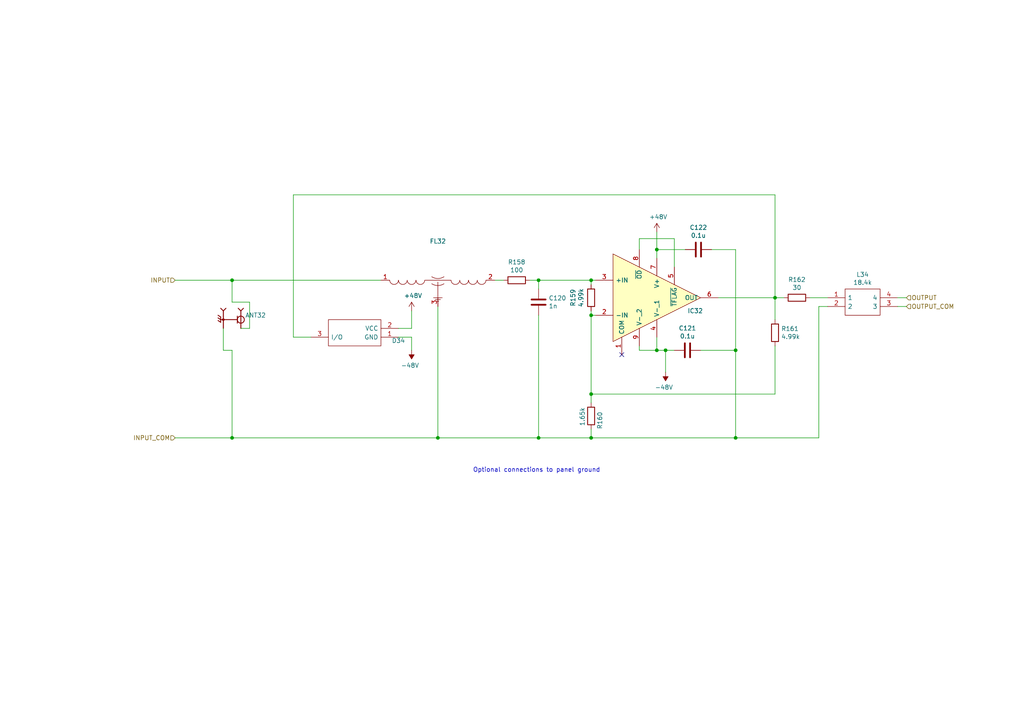
<source format=kicad_sch>
(kicad_sch (version 20211123) (generator eeschema)
  (paper "A4")
  (title_block (title "Amplifier block"))
  (lib_symbols
    (symbol "ARTIQAmp:744229" (pin_names (offset 0.762))
      (property "Reference" "L" (at 5.08 7.62 0))
      (property "Value" "744229" (at 5.08 5.08 0))
      (symbol "744229_0_0"
        (pin passive line (at 0 0 0) (length 5.08) (name "1") (number "1"))
        (pin passive line (at 0 -2.54 0) (length 5.08) (name "2") (number "2"))
        (pin passive line (at 20.32 -2.54 180) (length 5.08) (name "3") (number "3"))
        (pin passive line (at 20.32 0 180) (length 5.08) (name "4") (number "4"))
      )
      (symbol "744229_0_1"
        (polyline (pts (xy 5.08 2.54) (xy 15.24 2.54) (xy 15.24 -5.08) (xy 5.08 -5.08) (xy 5.08 2.54)) (stroke (width 0.1524)))
      )
    )
    (symbol "ARTIQAmp:LTC6090CS8E#PBF" (pin_names (offset 0.762))
      (property "Reference" "IC" (at 6.35 20.32 0))
      (property "Value" "LTC6090CS8E#PBF" (at 6.35 17.78 0))
      (symbol "LTC6090CS8E#PBF_0_0"
        (pin power_in line (at -5.08 -16.51 90) (length 5.08) (name "COM") (number "1"))
        (pin input line (at -12.7 -5.08 0) (length 5.08) (name "-IN") (number "2"))
        (pin input line (at -12.7 5.08 0) (length 5.08) (name "+IN") (number "3"))
        (pin power_in line (at 5.08 -11.43 90) (length 5.08) (name "V-_1") (number "4"))
        (pin output line (at 10.16 8.89 270) (length 5.08) (name "~{TFLAG}") (number "5"))
        (pin output line (at 22.86 0 180) (length 5.08) (name "OUT") (number "6"))
        (pin power_in line (at 5.08 11.43 270) (length 5.08) (name "V+") (number "7"))
        (pin input line (at 0 13.97 270) (length 5.08) (name "~{OD}") (number "8"))
        (pin power_in line (at 0 -13.97 90) (length 5.08) (name "V-_2") (number "9"))
      )
      (symbol "LTC6090CS8E#PBF_0_1"
        (polyline (pts (xy -7.62 12.7) (xy -7.62 -12.7) (xy 17.78 0) (xy -7.62 12.7)) (fill (type background)))
      )
    )
    (symbol "ARTIQAmp:NFE61PT472C1H9L" (pin_names (offset 0.762))
      (property "Reference" "FL" (at 25.4 11.43 0))
      (property "Value" " " (at 25.4 8.89 0))
      (symbol "NFE61PT472C1H9L_0_0"
        (pin passive line (at 0 0 0) (length 2.54) (name "~") (number "1"))
        (pin passive line (at 33.02 0 180) (length 2.54) (name "~") (number "2"))
        (pin passive line (at 16.51 -7.62 90) (length 2.54) (name "~") (number "3"))
      )
      (symbol "NFE61PT472C1H9L_0_1"
        (polyline (pts (xy 12.7 0) (xy 20.32 0)) (stroke (width 0.1524)))
        (polyline (pts (xy 15.24 -5.08) (xy 17.78 -5.08)) (stroke (width 0.1524)))
        (polyline (pts (xy 15.748 -5.588) (xy 17.272 -5.588)) (stroke (width 0.1524)))
        (polyline (pts (xy 16.256 -6.096) (xy 16.764 -6.096)) (stroke (width 0.1524)))
        (polyline (pts (xy 16.51 -5.08) (xy 16.51 -0.508)) (stroke (width 0.1524)))
        (arc (start 2.54 0) (mid 3.81 -1.3218) (end 5.08 0) (stroke (width 0.1524)))
        (arc (start 5.08 0) (mid 6.35 -1.3218) (end 7.62 0) (stroke (width 0.1524)))
        (arc (start 7.62 0) (mid 8.89 -1.3218) (end 10.16 0) (stroke (width 0.1524)))
        (arc (start 10.16 0) (mid 11.43 -1.3218) (end 12.7 0) (stroke (width 0.1524)))
        (arc (start 14.732 -1.016) (mid 16.51 -7.1218) (end 18.288 -1.016) (stroke (width 0.1524)))
        (arc (start 14.732 1.016) (mid 16.51 0.4982) (end 18.288 1.016) (stroke (width 0.1524)))
        (arc (start 20.32 0) (mid 21.59 -1.3218) (end 22.86 0) (stroke (width 0.1524)))
        (arc (start 22.86 0) (mid 24.13 -1.3218) (end 25.4 0) (stroke (width 0.1524)))
        (arc (start 25.4 0) (mid 26.67 -1.3218) (end 27.94 0) (stroke (width 0.1524)))
        (arc (start 27.94 0) (mid 29.21 -1.3218) (end 30.48 0) (stroke (width 0.1524)))
      )
    )
    (symbol "Device:C" (pin_numbers hide) (pin_names (offset 0.254))
      (property "Reference" "C" (at 0.635 2.54 0))
      (property "Value" "C" (at 0.635 -2.54 0))
      (symbol "C_0_1"
        (polyline (pts (xy -2.032 -0.762) (xy 2.032 -0.762)) (stroke (width 0.508)))
        (polyline (pts (xy -2.032 0.762) (xy 2.032 0.762)) (stroke (width 0.508)))
      )
      (symbol "C_1_1"
        (pin passive line (at 0 3.81 270) (length 2.794) (name "~") (number "1"))
        (pin passive line (at 0 -3.81 90) (length 2.794) (name "~") (number "2"))
      )
    )
    (symbol "Device:R" (pin_numbers hide) (pin_names (offset 0))
      (property "Reference" "R" (at 2.032 0 90))
      (property "Value" "R" (at 0 0 90))
      (symbol "R_0_1"
        (rectangle (start -1.016 -2.54) (end 1.016 2.54) (stroke (width 0.254)))
      )
      (symbol "R_1_1"
        (pin passive line (at 0 3.81 270) (length 1.27) (name "~") (number "1"))
        (pin passive line (at 0 -3.81 90) (length 1.27) (name "~") (number "2"))
      )
    )
    (symbol "NUP1301_215:NUP1301,215" (pin_names (offset 0.762))
      (property "Reference" "D" (at 21.59 7.62 0))
      (property "Value" "NUP1301,215" (at 21.59 5.08 0))
      (symbol "NUP1301,215_0_0"
        (pin passive line (at 0 0 0) (length 5.08) (name "GND") (number "1"))
        (pin passive line (at 0 -2.54 0) (length 5.08) (name "VCC") (number "2"))
        (pin passive line (at 25.4 0 180) (length 5.08) (name "I/O") (number "3"))
      )
      (symbol "NUP1301,215_0_1"
        (polyline (pts (xy 5.08 2.54) (xy 20.32 2.54) (xy 20.32 -5.08) (xy 5.08 -5.08) (xy 5.08 2.54)) (stroke (width 0.1524)))
      )
    )
    (symbol "U.FL-R-SMT_10_:U.FL-R-SMT(10)" (pin_numbers hide) (pin_names (offset 1.016) hide)
      (property "Reference" "J" (at -3.81 4.064 0))
      (property "Value" "U.FL-R-SMT(10)" (at -4.064 -6.858 0))
      (symbol "U.FL-R-SMT(10)_0_0"
        (circle (center 0 -2.54) (radius 0.254) (stroke (width 0.254)))
        (polyline (pts (xy -3.302 -3.302) (xy -2.54 -2.54)) (stroke (width 0.254)))
        (polyline (pts (xy -3.302 -1.778) (xy -2.54 -2.54)) (stroke (width 0.254)))
        (polyline (pts (xy -3.302 1.778) (xy -2.54 2.54)) (stroke (width 0.254)))
        (polyline (pts (xy -3.302 3.302) (xy -2.54 2.54)) (stroke (width 0.254)))
        (polyline (pts (xy -2.54 2.54) (xy 2.54 2.54)) (stroke (width 0.254)))
        (polyline (pts (xy -1.016 1.524) (xy 0 1.524)) (stroke (width 0.254)))
        (polyline (pts (xy -0.762 -3.302) (xy -1.27 -4.064)) (stroke (width 0.254)))
        (polyline (pts (xy 0 -3.302) (xy -0.762 -3.302)) (stroke (width 0.254)))
        (polyline (pts (xy 0 -3.302) (xy -0.508 -4.064)) (stroke (width 0.254)))
        (polyline (pts (xy 0 -3.302) (xy 0.762 -3.302)) (stroke (width 0.254)))
        (polyline (pts (xy 0 -2.54) (xy -2.54 -2.54)) (stroke (width 0.254)))
        (polyline (pts (xy 0 -2.54) (xy 0 -3.302)) (stroke (width 0.254)))
        (polyline (pts (xy 0 1.524) (xy 0 -2.54)) (stroke (width 0.254)))
        (polyline (pts (xy 0 1.524) (xy 1.016 1.524)) (stroke (width 0.254)))
        (polyline (pts (xy 0.762 -3.302) (xy 0.254 -4.064)) (stroke (width 0.254)))
        (polyline (pts (xy 2.54 -2.54) (xy 0 -2.54)) (stroke (width 0.254)))
        (circle (center 0 2.54) (radius 1.016) (stroke (width 0.254)))
        (pin passive line (at 2.54 2.54 180) (length 5.08) (name "SIG") (number "1"))
        (pin passive line (at 2.54 -2.54 180) (length 5.08) (name "GND1") (number "2"))
        (pin passive line (at 2.54 -2.54 180) (length 5.08) (name "GND2") (number "3"))
      )
    )
    (symbol "power:+48V" (power) (pin_names (offset 0))
      (property "Value" "+48V" (at 0 3.556 0))
      (symbol "+48V_0_1"
        (polyline (pts (xy -0.762 1.27) (xy 0 2.54)))
        (polyline (pts (xy 0 0) (xy 0 2.54)))
        (polyline (pts (xy 0 2.54) (xy 0.762 1.27)))
      )
      (symbol "+48V_1_1"
        (pin power_in line (at 0 0 90) (length 0) hide (name "+48V") (number "1"))
      )
    )
    (symbol "power:-48V" (power) (pin_names (offset 0))
      (property "Value" "-48V" (at 0 3.81 0))
      (symbol "-48V_0_0"
        (pin power_in line (at 0 0 90) (length 0) hide (name "-48V") (number "1"))
      )
      (symbol "-48V_0_1"
        (polyline (pts (xy 0 0) (xy 0 1.27) (xy 0.762 1.27) (xy 0 2.54) (xy -0.762 1.27) (xy 0 1.27)) (fill (type outline)))
      )
    )
  )
  (junction (at 213.36 101.6))
  (junction (at 171.45 91.44))
  (junction (at 190.5 101.6))
  (junction (at 224.79 86.36))
  (junction (at 190.5 72.39))
  (junction (at 156.21 127))
  (junction (at 156.21 81.28))
  (junction (at 67.31 127))
  (junction (at 67.31 81.28))
  (junction (at 127 127))
  (junction (at 213.36 127))
  (junction (at 171.45 81.28))
  (junction (at 171.45 114.3))
  (junction (at 171.45 127))
  (junction (at 193.04 101.6))
  (no_connect (at 180.34 102.87))
  (wire (pts (xy 224.79 86.36) (xy 227.33 86.36)))
  (wire (pts (xy 190.5 74.93) (xy 190.5 72.39)))
  (wire (pts (xy 260.35 88.9) (xy 262.89 88.9)))
  (wire (pts (xy 195.58 77.47) (xy 195.58 69.215)))
  (wire (pts (xy 146.05 81.28) (xy 143.51 81.28)))
  (wire (pts (xy 67.31 101.6) (xy 64.77 101.6)))
  (wire (pts (xy 237.49 88.9) (xy 240.03 88.9)))
  (wire (pts (xy 185.42 100.33) (xy 185.42 101.6)))
  (wire (pts (xy 50.8 127) (xy 67.31 127)))
  (wire (pts (xy 171.45 127) (xy 213.36 127)))
  (wire (pts (xy 156.21 91.44) (xy 156.21 127)))
  (wire (pts (xy 213.36 101.6) (xy 213.36 72.39)))
  (wire (pts (xy 171.45 90.17) (xy 171.45 91.44)))
  (wire (pts (xy 72.39 87.63) (xy 67.31 87.63)))
  (wire (pts (xy 90.17 97.79) (xy 85.09 97.79)))
  (wire (pts (xy 213.36 72.39) (xy 206.375 72.39)))
  (wire (pts (xy 119.38 95.25) (xy 119.38 90.17)))
  (wire (pts (xy 260.35 86.36) (xy 262.89 86.36)))
  (wire (pts (xy 185.42 101.6) (xy 190.5 101.6)))
  (wire (pts (xy 213.36 101.6) (xy 213.36 127)))
  (wire (pts (xy 67.31 81.28) (xy 67.31 87.63)))
  (wire (pts (xy 172.72 91.44) (xy 171.45 91.44)))
  (wire (pts (xy 190.5 101.6) (xy 193.04 101.6)))
  (wire (pts (xy 127 88.9) (xy 127 127)))
  (wire (pts (xy 69.85 95.25) (xy 72.39 95.25)))
  (wire (pts (xy 64.77 95.25) (xy 64.77 101.6)))
  (wire (pts (xy 171.45 124.46) (xy 171.45 127)))
  (wire (pts (xy 85.09 56.515) (xy 224.79 56.515)))
  (wire (pts (xy 198.755 72.39) (xy 190.5 72.39)))
  (wire (pts (xy 85.09 97.79) (xy 85.09 56.515)))
  (wire (pts (xy 171.45 81.28) (xy 171.45 82.55)))
  (wire (pts (xy 119.38 97.79) (xy 119.38 101.6)))
  (wire (pts (xy 115.57 95.25) (xy 119.38 95.25)))
  (wire (pts (xy 237.49 127) (xy 213.36 127)))
  (wire (pts (xy 171.45 114.3) (xy 224.79 114.3)))
  (wire (pts (xy 237.49 88.9) (xy 237.49 127)))
  (wire (pts (xy 224.79 56.515) (xy 224.79 86.36)))
  (wire (pts (xy 234.95 86.36) (xy 240.03 86.36)))
  (wire (pts (xy 72.39 95.25) (xy 72.39 87.63)))
  (wire (pts (xy 172.72 81.28) (xy 171.45 81.28)))
  (wire (pts (xy 190.5 97.79) (xy 190.5 101.6)))
  (wire (pts (xy 195.58 69.215) (xy 185.42 69.215)))
  (wire (pts (xy 67.31 101.6) (xy 67.31 127)))
  (wire (pts (xy 67.31 127) (xy 127 127)))
  (wire (pts (xy 195.58 101.6) (xy 193.04 101.6)))
  (wire (pts (xy 156.21 81.28) (xy 171.45 81.28)))
  (wire (pts (xy 171.45 91.44) (xy 171.45 114.3)))
  (wire (pts (xy 67.31 81.28) (xy 110.49 81.28)))
  (wire (pts (xy 185.42 69.215) (xy 185.42 72.39)))
  (wire (pts (xy 127 127) (xy 156.21 127)))
  (wire (pts (xy 224.79 86.36) (xy 224.79 92.71)))
  (wire (pts (xy 156.21 81.28) (xy 156.21 83.82)))
  (wire (pts (xy 193.04 101.6) (xy 193.04 107.95)))
  (wire (pts (xy 203.2 101.6) (xy 213.36 101.6)))
  (wire (pts (xy 156.21 127) (xy 171.45 127)))
  (wire (pts (xy 171.45 114.3) (xy 171.45 116.84)))
  (wire (pts (xy 156.21 81.28) (xy 153.67 81.28)))
  (wire (pts (xy 115.57 97.79) (xy 119.38 97.79)))
  (wire (pts (xy 208.28 86.36) (xy 224.79 86.36)))
  (wire (pts (xy 50.8 81.28) (xy 67.31 81.28)))
  (wire (pts (xy 224.79 100.33) (xy 224.79 114.3)))
  (wire (pts (xy 190.5 67.31) (xy 190.5 72.39)))
  (text "Optional connections to panel ground" (at 137.16 137.16 0) (effects (font (size 1.27 1.27)) (justify left bottom)))
  (hierarchical_label "INPUT_COM" (shape input) (at 50.8 127 180))
  (hierarchical_label "INPUT" (shape input) (at 50.8 81.28 180))
  (hierarchical_label "OUTPUT_COM" (shape input) (at 262.89 88.9 0))
  (hierarchical_label "OUTPUT" (shape input) (at 262.89 86.36 0))
  (symbol (lib_id "Device:R") (at 149.86 81.28 270)
    (property "Reference" "R158" (at 149.86 76.0222 90))
    (property "Value" "100" (at 149.86 78.3336 90))
    (property "Footprint" "Resistor_SMD:R_0603_1608Metric" (effects hide))
    (property "Datasheet" "https://www.seielect.com/catalog/sei-rmcf_rmcp.pdf" (effects hide))
    (property "Digikey Number" "RMCF0603FG100RCT-ND " (effects hide))
    (property "Availability" "Y" (effects hide))
    (property "Description" "RES 100 OHM 1% 1/10W 0603" (effects hide))
    (property "MANUFACTURER" "Stackpole Electronics Inc" (effects hide))
    (property "MPN" "RMCF0603FG100R" (effects hide))
  )
  (symbol (lib_id "power:-48V") (at 193.04 107.95 180)
    (property "Reference" "#PWR0143" (effects hide))
    (property "Value" "-48V" (at 192.5828 112.3442 0))
  )
  (symbol (lib_id "Device:C") (at 199.39 101.6 270)
    (property "Reference" "C121" (at 199.39 95.1992 90))
    (property "Value" "0.1u" (at 199.39 97.5106 90))
    (property "Footprint" "Capacitor_SMD:C_0603_1608Metric" (effects hide))
    (property "Datasheet" "https://media.digikey.com/pdf/Data%20Sheets/Samsung%20PDFs/CL10B104KC8NNNC_Spec.pdf" (effects hide))
    (property "Digikey Number" "1276-6807-1-ND" (effects hide))
    (property "Description" "CAP CER 0.1UF 100V X7R 0603" (effects hide))
    (property "Height" "0.9" (effects hide))
    (property "MANUFACTURER" "Samsung" (effects hide))
    (property "MPN" "CL10B104KC8NNNC" (effects hide))
    (property "Availability" "Y" (effects hide))
  )
  (symbol (lib_id "Device:R") (at 171.45 120.65 180)
    (property "Reference" "R160" (at 173.99 119.38 90) (effects (justify left)))
    (property "Value" "1.65k" (at 168.91 118.11 90) (effects (justify left)))
    (property "Footprint" "Resistor_SMD:R_0603_1608Metric" (effects hide))
    (property "Datasheet" "https://www.seielect.com/catalog/sei-rmcf_rmcp.pdf" (effects hide))
    (property "Digikey Number" "RMCF0603FT1K65CT-ND" (effects hide))
    (property "Availability" "Y" (effects hide))
    (property "Description" "RES 1.65K OHM 1% 1/10W 0603" (effects hide))
    (property "Manufacturer" "Stackpole Electronics Inc" (effects hide))
    (property "MPN" "RMCF0603FT1K65" (effects hide))
    (property "Type" "SMT" (effects hide))
  )
  (symbol (lib_id "Device:R") (at 224.79 96.52 180)
    (property "Reference" "R161" (at 226.568 95.3516 0) (effects (justify right)))
    (property "Value" "4.99k" (at 226.568 97.663 0) (effects (justify right)))
    (property "Footprint" "Resistor_SMD:R_0603_1608Metric" (effects hide))
    (property "Datasheet" "https://www.seielect.com/catalog/sei-rmcf_rmcp.pdf" (effects hide))
    (property "Digikey Number" "RMCF0603FT4K99CT-ND" (effects hide))
    (property "Availability" "Y" (effects hide))
    (property "Description" "RES SMD 4.99K OHM 1% 1/10W 0603" (effects hide))
    (property "Manufacturer" "Stackpole Electronics Inc" (effects hide))
    (property "MPN" "RMCF0603FT4K99" (effects hide))
  )
  (symbol (lib_id "Device:C") (at 156.21 87.63 0)
    (property "Reference" "C120" (at 159.131 86.4616 0) (effects (justify left)))
    (property "Value" "1n" (at 159.131 88.773 0) (effects (justify left)))
    (property "Footprint" "Capacitor_SMD:C_0603_1608Metric" (effects hide))
    (property "Datasheet" "http://www.passivecomponent.com/wp-content/uploads/datasheet/WTC_MLCC_General_Purpose.pdf" (effects hide))
    (property "Digikey Number" "1276-1131-1-ND " (effects hide))
    (property "Description" "CAP CER 1000PF 100V X7R 0603" (effects hide))
    (property "Height" "0.9" (effects hide))
    (property "Manufacturer" "Samsung" (effects hide))
    (property "MPN" "CL10B102KC8NNNC" (effects hide))
    (property "Availability" "Y" (effects hide))
    (property "Package" "0603" (effects hide))
    (property "Type" "SMT" (effects hide))
  )
  (symbol (lib_id "power:+48V") (at 190.5 67.31 0)
    (property "Reference" "#PWR0142" (effects hide))
    (property "Value" "+48V" (at 190.9318 62.9158 0))
  )
  (symbol (lib_id "Device:C") (at 202.565 72.39 270)
    (property "Reference" "C122" (at 202.565 65.9892 90))
    (property "Value" "0.1u" (at 202.565 68.3006 90))
    (property "Footprint" "Capacitor_SMD:C_0603_1608Metric" (effects hide))
    (property "Datasheet" "https://media.digikey.com/pdf/Data%20Sheets/Samsung%20PDFs/CL10B104KC8NNNC_Spec.pdf" (effects hide))
    (property "Digikey Number" "1276-6807-1-ND" (effects hide))
    (property "Description" "CAP CER 0.1UF 100V X7R 0603" (effects hide))
    (property "Height" "0.9" (effects hide))
    (property "Manufacturer" "Samsung" (effects hide))
    (property "MPN" "CL10B104KC8NNNC" (effects hide))
    (property "Availability" "Y" (effects hide))
  )
  (symbol (lib_id "ARTIQAmp:NFE61PT472C1H9L") (at 110.49 81.28 0)
    (property "Reference" "FL32" (at 127 69.977 0))
    (property "Value" " " (at 127 72.2884 0))
    (property "Footprint" "ARTIQAmp:NFE61" (effects hide))
    (property "Datasheet" "https://www.murata.com/en-eu/products/productdata/8796767059998/ENFE0003.pdf" (effects hide))
    (property "Description" "SMT EMI filter capacitor,4700pF 50Vdc Murata NFE61HT / PT Series 2A 50 V dc SMD Power Line Filter, with Solder Pad Terminals" (effects hide))
    (property "Height" "1.9" (effects hide))
    (property "MPN" "NFE61PT472C1H9L" (effects hide))
    (property "Manufacturer" "Murata Electronics" (effects hide))
    (property "Digikey Number" "490-2554-2-ND" (effects hide))
    (property "Availability" "Y" (effects hide))
    (property "Type" "SMT" (effects hide))
    (property "Package" "2706, 3 PC Pad" (effects hide))
  )
  (symbol (lib_id "Device:R") (at 171.45 86.36 0)
    (property "Reference" "R159" (at 166.1922 86.36 90))
    (property "Value" "4.99k" (at 168.5036 86.36 90))
    (property "Footprint" "Resistor_SMD:R_0603_1608Metric" (effects hide))
    (property "Datasheet" "https://www.seielect.com/catalog/sei-rmcf_rmcp.pdf" (effects hide))
    (property "Digikey Number" "RMCF0603FT4K99CT-ND" (effects hide))
    (property "Availability" "Y" (effects hide))
    (property "Description" "RES SMD 4.99K OHM 1% 1/10W 0603" (effects hide))
    (property "Manufacturer" "Stackpole Electronics Inc" (effects hide))
    (property "MPN" "RMCF0603FT4K99" (effects hide))
  )
  (symbol (lib_id "Device:R") (at 231.14 86.36 270)
    (property "Reference" "R162" (at 231.14 81.1022 90))
    (property "Value" "30" (at 231.14 83.4136 90))
    (property "Footprint" "Resistor_SMD:R_0603_1608Metric" (effects hide))
    (property "Datasheet" "https://www.seielect.com/catalog/sei-rmcf_rmcp.pdf" (effects hide))
    (property "Digikey Number" "738-RMCF0603FT30R0CT-ND" (effects hide))
    (property "Availability" "Y" (effects hide))
    (property "Description" "RES 30 OHM 1% 1/10W 0603" (effects hide))
    (property "Manufacturer" "Stackpole Electronics Inc" (effects hide))
    (property "MPN" "RMCF0603FT30R0" (effects hide))
  )
  (symbol (lib_id "ARTIQAmp:744229") (at 240.03 86.36 0)
    (property "Reference" "L34" (at 250.19 79.629 0))
    (property "Value" "18.4k" (at 250.19 81.9404 0))
    (property "Footprint" "ARTIQAmp:WE-SL2-WIDE" (effects hide))
    (property "Datasheet" "http://componentsearchengine.com/Datasheets/1/744229.pdf" (effects hide))
    (property "Description" "SMD Common Mode Line Filter WE-SL5" (effects hide))
    (property "MPN" "744229" (effects hide))
    (property "Manufacturer" "Wurth Elektronik" (effects hide))
    (property "Digikey Number" "732-1488-1-ND" (effects hide))
    (property "Availability" "Y" (effects hide))
    (property "Type" "SMT" (effects hide))
  )
  (symbol (lib_id "ARTIQAmp:LTC6090CS8E#PBF") (at 185.42 86.36 0)
    (property "Reference" "IC32" (at 199.39 90.17 0) (effects (justify left)))
    (property "Value" " " (at 194.31 92.71 0) (effects (justify left)))
    (property "Footprint" "ARTIQAmp:SOIC127P599X175-9N" (effects hide))
    (property "Datasheet" "http://cds.linear.com/docs/en/datasheet/6090fe.pdf" (effects hide))
    (property "Digikey Number" "505-LTC6090CS8E#PBF-ND " (effects hide))
    (property "Description" "IC OPAMP GP 1 CIRCUIT 8SOIC" (effects hide))
    (property "Manufacturer" "Analog Devices Inc." (effects hide))
    (property "MPN" "LTC6090CS8E#PBF" (effects hide))
    (property "Availability" "Y" (effects hide))
    (property "Type" "SMT" (effects hide))
    (property "Package" "SOIC-8E" (effects hide))
  )
  (symbol (lib_id "power:-48V") (at 119.38 101.6 180)
    (property "Reference" "#PWR0141" (effects hide))
    (property "Value" "-48V" (at 118.9228 105.9942 0))
  )
  (symbol (lib_id "power:+48V") (at 119.38 90.17 0)
    (property "Reference" "#PWR0140" (effects hide))
    (property "Value" "+48V" (at 119.8118 85.7758 0))
  )
  (symbol (lib_id "U.FL-R-SMT_10_:U.FL-R-SMT(10)") (at 67.31 92.71 270)
    (property "Reference" "ANT32" (at 71.12 91.44 90) (effects (justify left)))
    (property "Value" " " (at 66.0401 96.52 90) (effects (justify left)))
    (property "Footprint" "HRS_U.FL-R-SMT(10)" (effects hide))
    (property "Datasheet" "https://media.digikey.com/pdf/Data%20Sheets/Hirose%20PDFs/UFL%20Series.pdf" (effects hide))
    (property "Availability" "Y" (effects hide))
    (property "Digikey Number" "H9161TR-ND" (effects hide))
    (property "Manufacturer" "Hirose" (effects hide))
    (property "Description" "U.FL Series 50 Ohm Receptacle Male Pins Ultra Small SMT Coaxial Connector" (effects hide))
    (property "MPN" "U.FL-R-SMT(10)" (effects hide))
    (property "Height" "2.5" (effects hide))
    (property "Type" "SMT" (effects hide))
  )
  (symbol (lib_id "NUP1301_215:NUP1301,215") (at 115.57 97.79 180)
    (property "Reference" "D34" (at 115.57 98.79 0))
    (property "Value" " " (at 115.57 98.79 0))
    (property "Footprint" "ARTIQAmp:TRANS_MMBT2907A" (effects hide))
    (property "Datasheet" "https://assets.nexperia.com/documents/data-sheet/BAV99_SER.pdf" (effects hide))
    (property "Description" "X34 PB-F SWITCHING DIODE SOT23" (effects hide))
    (property "Height" "1.1" (effects hide))
    (property "MPN" "BAV99,LM" (effects hide))
    (property "Digikey Number" "264-BAV99LMTR-ND" (effects hide))
    (property "Manufacturer" "Toshiba" (effects hide))
    (property "Availability" "Y" (effects hide))
    (property "Type" "SMT" (effects hide))
  )
)
</source>
